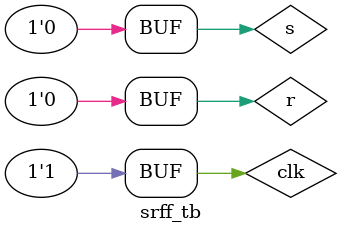
<source format=v>


module srff(input s,r,clk,
            output q,qbar);
  wire nand_out1;
  wire nand_out2;
  
  nand n1(nand_out1,s,clk);
  nand n2(nand_out2,r,clk);
  nand n3(q,nand_out1,qbar);
  nand n4(qbar,nand_out2,q);
  
endmodule


// Code your testbench here
// or browse Examples


module srff_tb;
  
  reg s,r,clk;
  wire q,qbar;
  
  srff sr(s,r,clk,q,qbar);
  
  ///initial beign clk=0; #5 clk=~clk;

  
  initial begin
    
    s=0; r=0; clk=0; #2;
    
    s=1; r=0; clk=0; #2;
    
    
    s=0; r=0; clk=1; #2;
    
    
   
    
  end
  initial begin
    $dumpfile("srff.vcd");
    $dumpvars(0,srff_tb);
  end
endmodule
           

</source>
